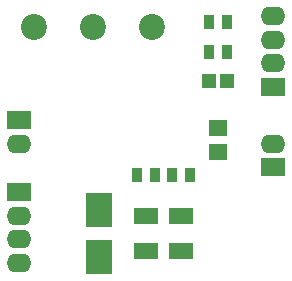
<source format=gbs>
G04 #@! TF.FileFunction,Soldermask,Bot*
%FSLAX46Y46*%
G04 Gerber Fmt 4.6, Leading zero omitted, Abs format (unit mm)*
G04 Created by KiCad (PCBNEW 4.0.4-1.fc24-product) date Mon Jun  4 16:00:14 2018*
%MOMM*%
%LPD*%
G01*
G04 APERTURE LIST*
%ADD10C,0.100000*%
%ADD11C,2.200000*%
%ADD12R,2.100000X1.600000*%
%ADD13O,2.100000X1.600000*%
%ADD14R,2.200860X2.899360*%
%ADD15R,1.650000X1.400000*%
%ADD16R,1.200000X1.150000*%
%ADD17R,0.900000X1.300000*%
%ADD18R,2.000000X1.400000*%
G04 APERTURE END LIST*
D10*
D11*
X158500000Y-89500000D03*
X153500000Y-89500000D03*
X148500000Y-89500000D03*
D12*
X168800000Y-101400000D03*
D13*
X168800000Y-99400000D03*
D12*
X168800000Y-94600000D03*
D13*
X168800000Y-92600000D03*
X168800000Y-90600000D03*
X168800000Y-88600000D03*
D14*
X154000000Y-105001020D03*
X154000000Y-108998980D03*
D12*
X147300000Y-103500000D03*
D13*
X147300000Y-105500000D03*
X147300000Y-107500000D03*
X147300000Y-109500000D03*
D15*
X164100000Y-98100000D03*
X164100000Y-100100000D03*
D16*
X164850000Y-94100000D03*
X163350000Y-94100000D03*
D17*
X157250000Y-102000000D03*
X158750000Y-102000000D03*
X160250000Y-102000000D03*
X161750000Y-102000000D03*
X164850000Y-91600000D03*
X163350000Y-91600000D03*
X163350000Y-89100000D03*
X164850000Y-89100000D03*
D18*
X161000000Y-105500000D03*
X161000000Y-108500000D03*
X158000000Y-105500000D03*
X158000000Y-108500000D03*
D12*
X147300000Y-97400000D03*
D13*
X147300000Y-99400000D03*
M02*

</source>
